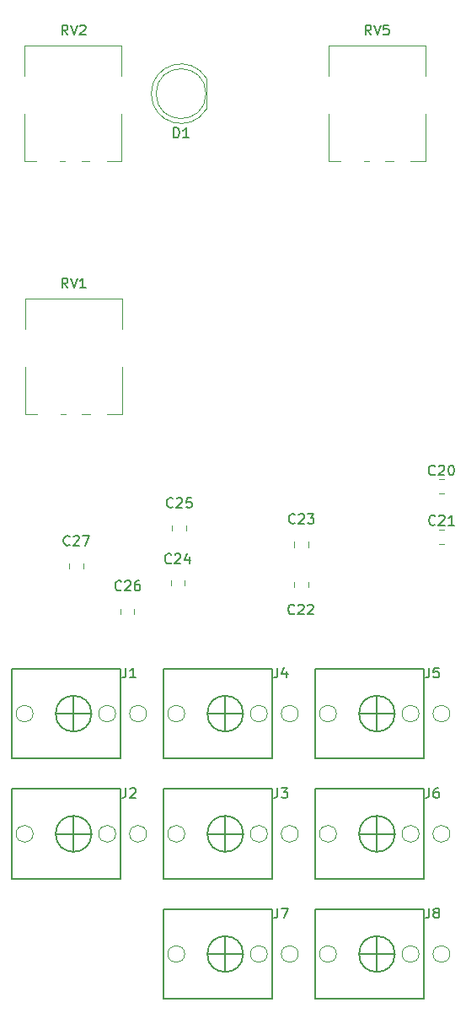
<source format=gbr>
G04 #@! TF.GenerationSoftware,KiCad,Pcbnew,5.1.6-c6e7f7d~87~ubuntu18.04.1*
G04 #@! TF.CreationDate,2020-11-08T18:53:39-05:00*
G04 #@! TF.ProjectId,modulation_source,6d6f6475-6c61-4746-996f-6e5f736f7572,0*
G04 #@! TF.SameCoordinates,Original*
G04 #@! TF.FileFunction,Legend,Top*
G04 #@! TF.FilePolarity,Positive*
%FSLAX46Y46*%
G04 Gerber Fmt 4.6, Leading zero omitted, Abs format (unit mm)*
G04 Created by KiCad (PCBNEW 5.1.6-c6e7f7d~87~ubuntu18.04.1) date 2020-11-08 18:53:39*
%MOMM*%
%LPD*%
G01*
G04 APERTURE LIST*
%ADD10C,0.120000*%
%ADD11C,0.150000*%
%ADD12C,0.100000*%
G04 APERTURE END LIST*
D10*
X142630000Y-65160000D02*
X141800000Y-65160000D01*
X140180000Y-65160000D02*
X139650000Y-65160000D01*
X137280000Y-65160000D02*
X136100000Y-65160000D01*
X145840000Y-65160000D02*
X145840000Y-60440000D01*
X136100000Y-56630000D02*
X136100000Y-53570000D01*
X136090000Y-65160000D02*
X136090000Y-60440000D01*
X145840000Y-56630000D02*
X145840000Y-53570000D01*
X145840000Y-65160000D02*
X144350000Y-65160000D01*
X145840000Y-53570000D02*
X136100000Y-53570000D01*
X112110000Y-65160000D02*
X111280000Y-65160000D01*
X109660000Y-65160000D02*
X109130000Y-65160000D01*
X106760000Y-65160000D02*
X105580000Y-65160000D01*
X115320000Y-65160000D02*
X115320000Y-60440000D01*
X105580000Y-56630000D02*
X105580000Y-53570000D01*
X105570000Y-65160000D02*
X105570000Y-60440000D01*
X115320000Y-56630000D02*
X115320000Y-53570000D01*
X115320000Y-65160000D02*
X113830000Y-65160000D01*
X115320000Y-53570000D02*
X105580000Y-53570000D01*
X112150000Y-90560000D02*
X111320000Y-90560000D01*
X109700000Y-90560000D02*
X109170000Y-90560000D01*
X106800000Y-90560000D02*
X105620000Y-90560000D01*
X115360000Y-90560000D02*
X115360000Y-85840000D01*
X105620000Y-82030000D02*
X105620000Y-78970000D01*
X105610000Y-90560000D02*
X105610000Y-85840000D01*
X115360000Y-82030000D02*
X115360000Y-78970000D01*
X115360000Y-90560000D02*
X113870000Y-90560000D01*
X115360000Y-78970000D02*
X105620000Y-78970000D01*
D11*
X134770000Y-149280000D02*
X134770000Y-140280000D01*
X145670000Y-149280000D02*
X145670000Y-140280000D01*
X134770000Y-149280000D02*
X145670000Y-149280000D01*
X134770000Y-140280000D02*
X145670000Y-140280000D01*
X142770000Y-144780000D02*
G75*
G03*
X142770000Y-144780000I-1800000J0D01*
G01*
X139170000Y-144780000D02*
X142770000Y-144780000D01*
X140970000Y-146580000D02*
X140970000Y-142980000D01*
X119530000Y-149280000D02*
X119530000Y-140280000D01*
X130430000Y-149280000D02*
X130430000Y-140280000D01*
X119530000Y-149280000D02*
X130430000Y-149280000D01*
X119530000Y-140280000D02*
X130430000Y-140280000D01*
X127530000Y-144780000D02*
G75*
G03*
X127530000Y-144780000I-1800000J0D01*
G01*
X123930000Y-144780000D02*
X127530000Y-144780000D01*
X125730000Y-146580000D02*
X125730000Y-142980000D01*
X134770000Y-137215000D02*
X134770000Y-128215000D01*
X145670000Y-137215000D02*
X145670000Y-128215000D01*
X134770000Y-137215000D02*
X145670000Y-137215000D01*
X134770000Y-128215000D02*
X145670000Y-128215000D01*
X142770000Y-132715000D02*
G75*
G03*
X142770000Y-132715000I-1800000J0D01*
G01*
X139170000Y-132715000D02*
X142770000Y-132715000D01*
X140970000Y-134515000D02*
X140970000Y-130915000D01*
X134770000Y-125150000D02*
X134770000Y-116150000D01*
X145670000Y-125150000D02*
X145670000Y-116150000D01*
X134770000Y-125150000D02*
X145670000Y-125150000D01*
X134770000Y-116150000D02*
X145670000Y-116150000D01*
X142770000Y-120650000D02*
G75*
G03*
X142770000Y-120650000I-1800000J0D01*
G01*
X139170000Y-120650000D02*
X142770000Y-120650000D01*
X140970000Y-122450000D02*
X140970000Y-118850000D01*
X119530000Y-125150000D02*
X119530000Y-116150000D01*
X130430000Y-125150000D02*
X130430000Y-116150000D01*
X119530000Y-125150000D02*
X130430000Y-125150000D01*
X119530000Y-116150000D02*
X130430000Y-116150000D01*
X127530000Y-120650000D02*
G75*
G03*
X127530000Y-120650000I-1800000J0D01*
G01*
X123930000Y-120650000D02*
X127530000Y-120650000D01*
X125730000Y-122450000D02*
X125730000Y-118850000D01*
X119530000Y-137215000D02*
X119530000Y-128215000D01*
X130430000Y-137215000D02*
X130430000Y-128215000D01*
X119530000Y-137215000D02*
X130430000Y-137215000D01*
X119530000Y-128215000D02*
X130430000Y-128215000D01*
X127530000Y-132715000D02*
G75*
G03*
X127530000Y-132715000I-1800000J0D01*
G01*
X123930000Y-132715000D02*
X127530000Y-132715000D01*
X125730000Y-134515000D02*
X125730000Y-130915000D01*
X104290000Y-137215000D02*
X104290000Y-128215000D01*
X115190000Y-137215000D02*
X115190000Y-128215000D01*
X104290000Y-137215000D02*
X115190000Y-137215000D01*
X104290000Y-128215000D02*
X115190000Y-128215000D01*
X112290000Y-132715000D02*
G75*
G03*
X112290000Y-132715000I-1800000J0D01*
G01*
X108690000Y-132715000D02*
X112290000Y-132715000D01*
X110490000Y-134515000D02*
X110490000Y-130915000D01*
X104290000Y-125150000D02*
X104290000Y-116150000D01*
X115190000Y-125150000D02*
X115190000Y-116150000D01*
X104290000Y-125150000D02*
X115190000Y-125150000D01*
X104290000Y-116150000D02*
X115190000Y-116150000D01*
X112290000Y-120650000D02*
G75*
G03*
X112290000Y-120650000I-1800000J0D01*
G01*
X108690000Y-120650000D02*
X112290000Y-120650000D01*
X110490000Y-122450000D02*
X110490000Y-118850000D01*
D10*
X123845000Y-59965000D02*
X123845000Y-56875000D01*
X123785000Y-58420000D02*
G75*
G03*
X123785000Y-58420000I-2500000J0D01*
G01*
X118295000Y-58420462D02*
G75*
G02*
X123845000Y-56875170I2990000J462D01*
G01*
X118295000Y-58419538D02*
G75*
G03*
X123845000Y-59964830I2990000J-462D01*
G01*
X110034000Y-105556308D02*
X110034000Y-106078812D01*
X111454000Y-105556308D02*
X111454000Y-106078812D01*
X115169880Y-110105668D02*
X115169880Y-110628172D01*
X116589880Y-110105668D02*
X116589880Y-110628172D01*
X120392120Y-101734988D02*
X120392120Y-102257492D01*
X121812120Y-101734988D02*
X121812120Y-102257492D01*
X120257500Y-107291348D02*
X120257500Y-107813852D01*
X121677500Y-107291348D02*
X121677500Y-107813852D01*
X132665400Y-103412548D02*
X132665400Y-103935052D01*
X134085400Y-103412548D02*
X134085400Y-103935052D01*
X132665400Y-107400348D02*
X132665400Y-107922852D01*
X134085400Y-107400348D02*
X134085400Y-107922852D01*
X147194748Y-103643500D02*
X147717252Y-103643500D01*
X147194748Y-102223500D02*
X147717252Y-102223500D01*
X147708252Y-97143500D02*
X147185748Y-97143500D01*
X147708252Y-98563500D02*
X147185748Y-98563500D01*
D12*
X136900000Y-144780000D02*
G75*
G03*
X136900000Y-144780000I-850000J0D01*
G01*
X148300000Y-144780000D02*
G75*
G03*
X148300000Y-144780000I-850000J0D01*
G01*
X145200000Y-144780000D02*
G75*
G03*
X145200000Y-144780000I-850000J0D01*
G01*
X121660000Y-144780000D02*
G75*
G03*
X121660000Y-144780000I-850000J0D01*
G01*
X133060000Y-144780000D02*
G75*
G03*
X133060000Y-144780000I-850000J0D01*
G01*
X129960000Y-144780000D02*
G75*
G03*
X129960000Y-144780000I-850000J0D01*
G01*
X136900000Y-132715000D02*
G75*
G03*
X136900000Y-132715000I-850000J0D01*
G01*
X148300000Y-132715000D02*
G75*
G03*
X148300000Y-132715000I-850000J0D01*
G01*
X145200000Y-132715000D02*
G75*
G03*
X145200000Y-132715000I-850000J0D01*
G01*
X136900000Y-120650000D02*
G75*
G03*
X136900000Y-120650000I-850000J0D01*
G01*
X148300000Y-120650000D02*
G75*
G03*
X148300000Y-120650000I-850000J0D01*
G01*
X145200000Y-120650000D02*
G75*
G03*
X145200000Y-120650000I-850000J0D01*
G01*
X121660000Y-120650000D02*
G75*
G03*
X121660000Y-120650000I-850000J0D01*
G01*
X133060000Y-120650000D02*
G75*
G03*
X133060000Y-120650000I-850000J0D01*
G01*
X129960000Y-120650000D02*
G75*
G03*
X129960000Y-120650000I-850000J0D01*
G01*
X121660000Y-132715000D02*
G75*
G03*
X121660000Y-132715000I-850000J0D01*
G01*
X133060000Y-132715000D02*
G75*
G03*
X133060000Y-132715000I-850000J0D01*
G01*
X129960000Y-132715000D02*
G75*
G03*
X129960000Y-132715000I-850000J0D01*
G01*
X106420000Y-132715000D02*
G75*
G03*
X106420000Y-132715000I-850000J0D01*
G01*
X117820000Y-132715000D02*
G75*
G03*
X117820000Y-132715000I-850000J0D01*
G01*
X114720000Y-132715000D02*
G75*
G03*
X114720000Y-132715000I-850000J0D01*
G01*
X106420000Y-120650000D02*
G75*
G03*
X106420000Y-120650000I-850000J0D01*
G01*
X117820000Y-120650000D02*
G75*
G03*
X117820000Y-120650000I-850000J0D01*
G01*
X114720000Y-120650000D02*
G75*
G03*
X114720000Y-120650000I-850000J0D01*
G01*
D11*
X140374761Y-52522380D02*
X140041428Y-52046190D01*
X139803333Y-52522380D02*
X139803333Y-51522380D01*
X140184285Y-51522380D01*
X140279523Y-51570000D01*
X140327142Y-51617619D01*
X140374761Y-51712857D01*
X140374761Y-51855714D01*
X140327142Y-51950952D01*
X140279523Y-51998571D01*
X140184285Y-52046190D01*
X139803333Y-52046190D01*
X140660476Y-51522380D02*
X140993809Y-52522380D01*
X141327142Y-51522380D01*
X142136666Y-51522380D02*
X141660476Y-51522380D01*
X141612857Y-51998571D01*
X141660476Y-51950952D01*
X141755714Y-51903333D01*
X141993809Y-51903333D01*
X142089047Y-51950952D01*
X142136666Y-51998571D01*
X142184285Y-52093809D01*
X142184285Y-52331904D01*
X142136666Y-52427142D01*
X142089047Y-52474761D01*
X141993809Y-52522380D01*
X141755714Y-52522380D01*
X141660476Y-52474761D01*
X141612857Y-52427142D01*
X109894761Y-52522380D02*
X109561428Y-52046190D01*
X109323333Y-52522380D02*
X109323333Y-51522380D01*
X109704285Y-51522380D01*
X109799523Y-51570000D01*
X109847142Y-51617619D01*
X109894761Y-51712857D01*
X109894761Y-51855714D01*
X109847142Y-51950952D01*
X109799523Y-51998571D01*
X109704285Y-52046190D01*
X109323333Y-52046190D01*
X110180476Y-51522380D02*
X110513809Y-52522380D01*
X110847142Y-51522380D01*
X111132857Y-51617619D02*
X111180476Y-51570000D01*
X111275714Y-51522380D01*
X111513809Y-51522380D01*
X111609047Y-51570000D01*
X111656666Y-51617619D01*
X111704285Y-51712857D01*
X111704285Y-51808095D01*
X111656666Y-51950952D01*
X111085238Y-52522380D01*
X111704285Y-52522380D01*
X109894761Y-77922380D02*
X109561428Y-77446190D01*
X109323333Y-77922380D02*
X109323333Y-76922380D01*
X109704285Y-76922380D01*
X109799523Y-76970000D01*
X109847142Y-77017619D01*
X109894761Y-77112857D01*
X109894761Y-77255714D01*
X109847142Y-77350952D01*
X109799523Y-77398571D01*
X109704285Y-77446190D01*
X109323333Y-77446190D01*
X110180476Y-76922380D02*
X110513809Y-77922380D01*
X110847142Y-76922380D01*
X111704285Y-77922380D02*
X111132857Y-77922380D01*
X111418571Y-77922380D02*
X111418571Y-76922380D01*
X111323333Y-77065238D01*
X111228095Y-77160476D01*
X111132857Y-77208095D01*
X146224666Y-140168380D02*
X146224666Y-140882666D01*
X146177047Y-141025523D01*
X146081809Y-141120761D01*
X145938952Y-141168380D01*
X145843714Y-141168380D01*
X146843714Y-140596952D02*
X146748476Y-140549333D01*
X146700857Y-140501714D01*
X146653238Y-140406476D01*
X146653238Y-140358857D01*
X146700857Y-140263619D01*
X146748476Y-140216000D01*
X146843714Y-140168380D01*
X147034190Y-140168380D01*
X147129428Y-140216000D01*
X147177047Y-140263619D01*
X147224666Y-140358857D01*
X147224666Y-140406476D01*
X147177047Y-140501714D01*
X147129428Y-140549333D01*
X147034190Y-140596952D01*
X146843714Y-140596952D01*
X146748476Y-140644571D01*
X146700857Y-140692190D01*
X146653238Y-140787428D01*
X146653238Y-140977904D01*
X146700857Y-141073142D01*
X146748476Y-141120761D01*
X146843714Y-141168380D01*
X147034190Y-141168380D01*
X147129428Y-141120761D01*
X147177047Y-141073142D01*
X147224666Y-140977904D01*
X147224666Y-140787428D01*
X147177047Y-140692190D01*
X147129428Y-140644571D01*
X147034190Y-140596952D01*
X130984666Y-140168380D02*
X130984666Y-140882666D01*
X130937047Y-141025523D01*
X130841809Y-141120761D01*
X130698952Y-141168380D01*
X130603714Y-141168380D01*
X131365619Y-140168380D02*
X132032285Y-140168380D01*
X131603714Y-141168380D01*
X146224666Y-128103380D02*
X146224666Y-128817666D01*
X146177047Y-128960523D01*
X146081809Y-129055761D01*
X145938952Y-129103380D01*
X145843714Y-129103380D01*
X147129428Y-128103380D02*
X146938952Y-128103380D01*
X146843714Y-128151000D01*
X146796095Y-128198619D01*
X146700857Y-128341476D01*
X146653238Y-128531952D01*
X146653238Y-128912904D01*
X146700857Y-129008142D01*
X146748476Y-129055761D01*
X146843714Y-129103380D01*
X147034190Y-129103380D01*
X147129428Y-129055761D01*
X147177047Y-129008142D01*
X147224666Y-128912904D01*
X147224666Y-128674809D01*
X147177047Y-128579571D01*
X147129428Y-128531952D01*
X147034190Y-128484333D01*
X146843714Y-128484333D01*
X146748476Y-128531952D01*
X146700857Y-128579571D01*
X146653238Y-128674809D01*
X146224666Y-116038380D02*
X146224666Y-116752666D01*
X146177047Y-116895523D01*
X146081809Y-116990761D01*
X145938952Y-117038380D01*
X145843714Y-117038380D01*
X147177047Y-116038380D02*
X146700857Y-116038380D01*
X146653238Y-116514571D01*
X146700857Y-116466952D01*
X146796095Y-116419333D01*
X147034190Y-116419333D01*
X147129428Y-116466952D01*
X147177047Y-116514571D01*
X147224666Y-116609809D01*
X147224666Y-116847904D01*
X147177047Y-116943142D01*
X147129428Y-116990761D01*
X147034190Y-117038380D01*
X146796095Y-117038380D01*
X146700857Y-116990761D01*
X146653238Y-116943142D01*
X130984666Y-116038380D02*
X130984666Y-116752666D01*
X130937047Y-116895523D01*
X130841809Y-116990761D01*
X130698952Y-117038380D01*
X130603714Y-117038380D01*
X131889428Y-116371714D02*
X131889428Y-117038380D01*
X131651333Y-115990761D02*
X131413238Y-116705047D01*
X132032285Y-116705047D01*
X130984666Y-128103380D02*
X130984666Y-128817666D01*
X130937047Y-128960523D01*
X130841809Y-129055761D01*
X130698952Y-129103380D01*
X130603714Y-129103380D01*
X131365619Y-128103380D02*
X131984666Y-128103380D01*
X131651333Y-128484333D01*
X131794190Y-128484333D01*
X131889428Y-128531952D01*
X131937047Y-128579571D01*
X131984666Y-128674809D01*
X131984666Y-128912904D01*
X131937047Y-129008142D01*
X131889428Y-129055761D01*
X131794190Y-129103380D01*
X131508476Y-129103380D01*
X131413238Y-129055761D01*
X131365619Y-129008142D01*
X115744666Y-128103380D02*
X115744666Y-128817666D01*
X115697047Y-128960523D01*
X115601809Y-129055761D01*
X115458952Y-129103380D01*
X115363714Y-129103380D01*
X116173238Y-128198619D02*
X116220857Y-128151000D01*
X116316095Y-128103380D01*
X116554190Y-128103380D01*
X116649428Y-128151000D01*
X116697047Y-128198619D01*
X116744666Y-128293857D01*
X116744666Y-128389095D01*
X116697047Y-128531952D01*
X116125619Y-129103380D01*
X116744666Y-129103380D01*
X115744666Y-116038380D02*
X115744666Y-116752666D01*
X115697047Y-116895523D01*
X115601809Y-116990761D01*
X115458952Y-117038380D01*
X115363714Y-117038380D01*
X116744666Y-117038380D02*
X116173238Y-117038380D01*
X116458952Y-117038380D02*
X116458952Y-116038380D01*
X116363714Y-116181238D01*
X116268476Y-116276476D01*
X116173238Y-116324095D01*
X120546904Y-62832380D02*
X120546904Y-61832380D01*
X120785000Y-61832380D01*
X120927857Y-61880000D01*
X121023095Y-61975238D01*
X121070714Y-62070476D01*
X121118333Y-62260952D01*
X121118333Y-62403809D01*
X121070714Y-62594285D01*
X121023095Y-62689523D01*
X120927857Y-62784761D01*
X120785000Y-62832380D01*
X120546904Y-62832380D01*
X122070714Y-62832380D02*
X121499285Y-62832380D01*
X121785000Y-62832380D02*
X121785000Y-61832380D01*
X121689761Y-61975238D01*
X121594523Y-62070476D01*
X121499285Y-62118095D01*
X110101142Y-103684342D02*
X110053523Y-103731961D01*
X109910666Y-103779580D01*
X109815428Y-103779580D01*
X109672571Y-103731961D01*
X109577333Y-103636723D01*
X109529714Y-103541485D01*
X109482095Y-103351009D01*
X109482095Y-103208152D01*
X109529714Y-103017676D01*
X109577333Y-102922438D01*
X109672571Y-102827200D01*
X109815428Y-102779580D01*
X109910666Y-102779580D01*
X110053523Y-102827200D01*
X110101142Y-102874819D01*
X110482095Y-102874819D02*
X110529714Y-102827200D01*
X110624952Y-102779580D01*
X110863047Y-102779580D01*
X110958285Y-102827200D01*
X111005904Y-102874819D01*
X111053523Y-102970057D01*
X111053523Y-103065295D01*
X111005904Y-103208152D01*
X110434476Y-103779580D01*
X111053523Y-103779580D01*
X111386857Y-102779580D02*
X112053523Y-102779580D01*
X111624952Y-103779580D01*
X115282742Y-108205542D02*
X115235123Y-108253161D01*
X115092266Y-108300780D01*
X114997028Y-108300780D01*
X114854171Y-108253161D01*
X114758933Y-108157923D01*
X114711314Y-108062685D01*
X114663695Y-107872209D01*
X114663695Y-107729352D01*
X114711314Y-107538876D01*
X114758933Y-107443638D01*
X114854171Y-107348400D01*
X114997028Y-107300780D01*
X115092266Y-107300780D01*
X115235123Y-107348400D01*
X115282742Y-107396019D01*
X115663695Y-107396019D02*
X115711314Y-107348400D01*
X115806552Y-107300780D01*
X116044647Y-107300780D01*
X116139885Y-107348400D01*
X116187504Y-107396019D01*
X116235123Y-107491257D01*
X116235123Y-107586495D01*
X116187504Y-107729352D01*
X115616076Y-108300780D01*
X116235123Y-108300780D01*
X117092266Y-107300780D02*
X116901790Y-107300780D01*
X116806552Y-107348400D01*
X116758933Y-107396019D01*
X116663695Y-107538876D01*
X116616076Y-107729352D01*
X116616076Y-108110304D01*
X116663695Y-108205542D01*
X116711314Y-108253161D01*
X116806552Y-108300780D01*
X116997028Y-108300780D01*
X117092266Y-108253161D01*
X117139885Y-108205542D01*
X117187504Y-108110304D01*
X117187504Y-107872209D01*
X117139885Y-107776971D01*
X117092266Y-107729352D01*
X116997028Y-107681733D01*
X116806552Y-107681733D01*
X116711314Y-107729352D01*
X116663695Y-107776971D01*
X116616076Y-107872209D01*
X120474502Y-99894662D02*
X120426883Y-99942281D01*
X120284026Y-99989900D01*
X120188788Y-99989900D01*
X120045931Y-99942281D01*
X119950693Y-99847043D01*
X119903074Y-99751805D01*
X119855455Y-99561329D01*
X119855455Y-99418472D01*
X119903074Y-99227996D01*
X119950693Y-99132758D01*
X120045931Y-99037520D01*
X120188788Y-98989900D01*
X120284026Y-98989900D01*
X120426883Y-99037520D01*
X120474502Y-99085139D01*
X120855455Y-99085139D02*
X120903074Y-99037520D01*
X120998312Y-98989900D01*
X121236407Y-98989900D01*
X121331645Y-99037520D01*
X121379264Y-99085139D01*
X121426883Y-99180377D01*
X121426883Y-99275615D01*
X121379264Y-99418472D01*
X120807836Y-99989900D01*
X121426883Y-99989900D01*
X122331645Y-98989900D02*
X121855455Y-98989900D01*
X121807836Y-99466091D01*
X121855455Y-99418472D01*
X121950693Y-99370853D01*
X122188788Y-99370853D01*
X122284026Y-99418472D01*
X122331645Y-99466091D01*
X122379264Y-99561329D01*
X122379264Y-99799424D01*
X122331645Y-99894662D01*
X122284026Y-99942281D01*
X122188788Y-99989900D01*
X121950693Y-99989900D01*
X121855455Y-99942281D01*
X121807836Y-99894662D01*
X120306862Y-105497902D02*
X120259243Y-105545521D01*
X120116386Y-105593140D01*
X120021148Y-105593140D01*
X119878291Y-105545521D01*
X119783053Y-105450283D01*
X119735434Y-105355045D01*
X119687815Y-105164569D01*
X119687815Y-105021712D01*
X119735434Y-104831236D01*
X119783053Y-104735998D01*
X119878291Y-104640760D01*
X120021148Y-104593140D01*
X120116386Y-104593140D01*
X120259243Y-104640760D01*
X120306862Y-104688379D01*
X120687815Y-104688379D02*
X120735434Y-104640760D01*
X120830672Y-104593140D01*
X121068767Y-104593140D01*
X121164005Y-104640760D01*
X121211624Y-104688379D01*
X121259243Y-104783617D01*
X121259243Y-104878855D01*
X121211624Y-105021712D01*
X120640196Y-105593140D01*
X121259243Y-105593140D01*
X122116386Y-104926474D02*
X122116386Y-105593140D01*
X121878291Y-104545521D02*
X121640196Y-105259807D01*
X122259243Y-105259807D01*
X132732542Y-101499942D02*
X132684923Y-101547561D01*
X132542066Y-101595180D01*
X132446828Y-101595180D01*
X132303971Y-101547561D01*
X132208733Y-101452323D01*
X132161114Y-101357085D01*
X132113495Y-101166609D01*
X132113495Y-101023752D01*
X132161114Y-100833276D01*
X132208733Y-100738038D01*
X132303971Y-100642800D01*
X132446828Y-100595180D01*
X132542066Y-100595180D01*
X132684923Y-100642800D01*
X132732542Y-100690419D01*
X133113495Y-100690419D02*
X133161114Y-100642800D01*
X133256352Y-100595180D01*
X133494447Y-100595180D01*
X133589685Y-100642800D01*
X133637304Y-100690419D01*
X133684923Y-100785657D01*
X133684923Y-100880895D01*
X133637304Y-101023752D01*
X133065876Y-101595180D01*
X133684923Y-101595180D01*
X134018257Y-100595180D02*
X134637304Y-100595180D01*
X134303971Y-100976133D01*
X134446828Y-100976133D01*
X134542066Y-101023752D01*
X134589685Y-101071371D01*
X134637304Y-101166609D01*
X134637304Y-101404704D01*
X134589685Y-101499942D01*
X134542066Y-101547561D01*
X134446828Y-101595180D01*
X134161114Y-101595180D01*
X134065876Y-101547561D01*
X134018257Y-101499942D01*
X132681742Y-110593142D02*
X132634123Y-110640761D01*
X132491266Y-110688380D01*
X132396028Y-110688380D01*
X132253171Y-110640761D01*
X132157933Y-110545523D01*
X132110314Y-110450285D01*
X132062695Y-110259809D01*
X132062695Y-110116952D01*
X132110314Y-109926476D01*
X132157933Y-109831238D01*
X132253171Y-109736000D01*
X132396028Y-109688380D01*
X132491266Y-109688380D01*
X132634123Y-109736000D01*
X132681742Y-109783619D01*
X133062695Y-109783619D02*
X133110314Y-109736000D01*
X133205552Y-109688380D01*
X133443647Y-109688380D01*
X133538885Y-109736000D01*
X133586504Y-109783619D01*
X133634123Y-109878857D01*
X133634123Y-109974095D01*
X133586504Y-110116952D01*
X133015076Y-110688380D01*
X133634123Y-110688380D01*
X134015076Y-109783619D02*
X134062695Y-109736000D01*
X134157933Y-109688380D01*
X134396028Y-109688380D01*
X134491266Y-109736000D01*
X134538885Y-109783619D01*
X134586504Y-109878857D01*
X134586504Y-109974095D01*
X134538885Y-110116952D01*
X133967457Y-110688380D01*
X134586504Y-110688380D01*
X146822142Y-101639642D02*
X146774523Y-101687261D01*
X146631666Y-101734880D01*
X146536428Y-101734880D01*
X146393571Y-101687261D01*
X146298333Y-101592023D01*
X146250714Y-101496785D01*
X146203095Y-101306309D01*
X146203095Y-101163452D01*
X146250714Y-100972976D01*
X146298333Y-100877738D01*
X146393571Y-100782500D01*
X146536428Y-100734880D01*
X146631666Y-100734880D01*
X146774523Y-100782500D01*
X146822142Y-100830119D01*
X147203095Y-100830119D02*
X147250714Y-100782500D01*
X147345952Y-100734880D01*
X147584047Y-100734880D01*
X147679285Y-100782500D01*
X147726904Y-100830119D01*
X147774523Y-100925357D01*
X147774523Y-101020595D01*
X147726904Y-101163452D01*
X147155476Y-101734880D01*
X147774523Y-101734880D01*
X148726904Y-101734880D02*
X148155476Y-101734880D01*
X148441190Y-101734880D02*
X148441190Y-100734880D01*
X148345952Y-100877738D01*
X148250714Y-100972976D01*
X148155476Y-101020595D01*
X146804142Y-96623142D02*
X146756523Y-96670761D01*
X146613666Y-96718380D01*
X146518428Y-96718380D01*
X146375571Y-96670761D01*
X146280333Y-96575523D01*
X146232714Y-96480285D01*
X146185095Y-96289809D01*
X146185095Y-96146952D01*
X146232714Y-95956476D01*
X146280333Y-95861238D01*
X146375571Y-95766000D01*
X146518428Y-95718380D01*
X146613666Y-95718380D01*
X146756523Y-95766000D01*
X146804142Y-95813619D01*
X147185095Y-95813619D02*
X147232714Y-95766000D01*
X147327952Y-95718380D01*
X147566047Y-95718380D01*
X147661285Y-95766000D01*
X147708904Y-95813619D01*
X147756523Y-95908857D01*
X147756523Y-96004095D01*
X147708904Y-96146952D01*
X147137476Y-96718380D01*
X147756523Y-96718380D01*
X148375571Y-95718380D02*
X148470809Y-95718380D01*
X148566047Y-95766000D01*
X148613666Y-95813619D01*
X148661285Y-95908857D01*
X148708904Y-96099333D01*
X148708904Y-96337428D01*
X148661285Y-96527904D01*
X148613666Y-96623142D01*
X148566047Y-96670761D01*
X148470809Y-96718380D01*
X148375571Y-96718380D01*
X148280333Y-96670761D01*
X148232714Y-96623142D01*
X148185095Y-96527904D01*
X148137476Y-96337428D01*
X148137476Y-96099333D01*
X148185095Y-95908857D01*
X148232714Y-95813619D01*
X148280333Y-95766000D01*
X148375571Y-95718380D01*
M02*

</source>
